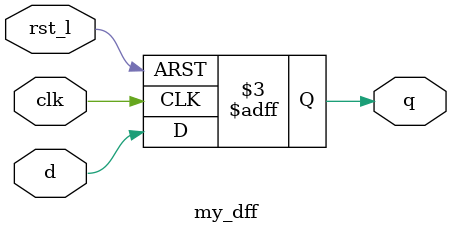
<source format=v>
module my_dff (
  output reg  q,
  input  wire d, 
  input  wire clk,
  input  wire rst_l 
);

always @(posedge clk or negedge rst_l) begin
  if(!rst_l) begin
    q <= 1'b0;
  end else begin
    q <= d;
  end
end

endmodule

</source>
